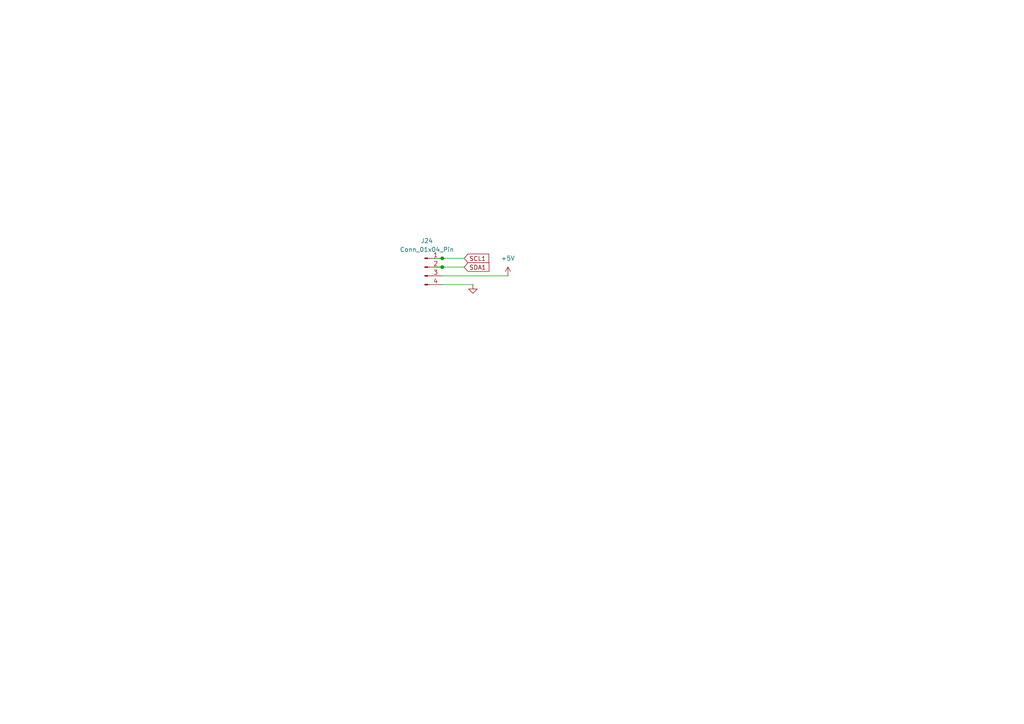
<source format=kicad_sch>
(kicad_sch (version 20250114) (generator "eeschema") (generator_version "9.0")
  (paper "A4")
  (lib_symbols
    (symbol "Connector:Conn_01x04_Pin" (pin_names (offset 1.016) (hide yes))
      (property "Reference" "J" (at 0 5.08 0))
      (property "Value" "Conn_01x04_Pin" (at 0 -7.62 0))
      (symbol "Conn_01x04_Pin_1_1"
        (rectangle (start 0.8636 2.667) (end 0 2.413) (stroke (width 0.1524)) (fill (type outline)))
        (rectangle (start 0.8636 0.127) (end 0 -0.127) (stroke (width 0.1524)) (fill (type outline)))
        (rectangle (start 0.8636 -2.413) (end 0 -2.667) (stroke (width 0.1524)) (fill (type outline)))
        (rectangle (start 0.8636 -4.953) (end 0 -5.207) (stroke (width 0.1524)) (fill (type outline)))
        (polyline (pts (xy 1.27 2.54) (xy 0.8636 2.54)) (stroke (width 0.1524)))
        (polyline (pts (xy 1.27 0) (xy 0.8636 0)) (stroke (width 0.1524)))
        (polyline (pts (xy 1.27 -2.54) (xy 0.8636 -2.54)) (stroke (width 0.1524)))
        (polyline (pts (xy 1.27 -5.08) (xy 0.8636 -5.08)) (stroke (width 0.1524)))
        (pin passive line (at 5.08 2.54 180) (length 3.81) (name "Pin_1") (number "1"))
        (pin passive line (at 5.08 0 180) (length 3.81) (name "Pin_2") (number "2"))
        (pin passive line (at 5.08 -2.54 180) (length 3.81) (name "Pin_3") (number "3"))
        (pin passive line (at 5.08 -5.08 180) (length 3.81) (name "Pin_4") (number "4"))
      )
    )
    (symbol "power:+5V" (power) (pin_numbers (hide yes)) (pin_names (offset 0) (hide yes))
      (property "Value" "+5V" (at 0 3.556 0))
      (symbol "+5V_0_1"
        (polyline (pts (xy -0.762 1.27) (xy 0 2.54)))
        (polyline (pts (xy 0 2.54) (xy 0.762 1.27)))
        (polyline (pts (xy 0 0) (xy 0 2.54)))
      )
      (symbol "+5V_1_1"
        (pin power_in line (at 0 0 90) (length 0) (name "~") (number "1"))
      )
    )
    (symbol "power:GND" (power) (pin_numbers (hide yes)) (pin_names (offset 0) (hide yes))
      (property "Value" "GND" (at 0 -3.81 0))
      (symbol "GND_0_1"
        (polyline (pts (xy 0 0) (xy 0 -1.27) (xy 1.27 -1.27) (xy 0 -2.54) (xy -1.27 -1.27) (xy 0 -1.27)))
      )
      (symbol "GND_1_1"
        (pin power_in line (at 0 0 270) (length 0) (name "~") (number "1"))
      )
    )
  )
  (junction (at 128.27 77.47))
  (junction (at 128.27 74.93))
  (wire (pts (xy 128.27 74.93) (xy 134.62 74.93)))
  (wire (pts (xy 128.27 82.55) (xy 137.16 82.55)))
  (wire (pts (xy 125.73 74.93) (xy 128.27 74.93)))
  (wire (pts (xy 125.73 77.47) (xy 128.27 77.47)))
  (wire (pts (xy 128.27 80.01) (xy 147.32 80.01)))
  (wire (pts (xy 128.27 77.47) (xy 134.62 77.47)))
  (global_label "SCL1" (shape input) (at 134.62 74.93 0) (property "Intersheetrefs" "${INTERSHEET_REFS}" (effects (hide yes))))
  (global_label "SDA1" (shape input) (at 134.62 77.47 0) (property "Intersheetrefs" "${INTERSHEET_REFS}" (effects (hide yes))))
  (symbol (lib_id "power:GND") (at 137.16 82.55 0) (unit 1)
    (property "Reference" "#PWR049" (effects (hide yes)))
    (property "Value" "GND" (effects (hide yes)))
    (property "Description" "Power symbol creates a global label with name \"GND\" , ground" (effects (hide yes)))
  )
  (symbol (lib_id "power:+5V") (at 147.32 80.01 0) (unit 1)
    (property "Reference" "#PWR024" (effects (hide yes)))
    (property "Value" "+5V" (at 147.32 74.93 0))
    (property "Description" "Power symbol creates a global label with name \"+5V\"" (effects (hide yes)))
  )
  (symbol (lib_id "Connector:Conn_01x04_Pin") (at 123.19 77.47 0) (unit 1)
    (property "Reference" "J24" (at 123.825 69.85 0))
    (property "Value" "Conn_01x04_Pin" (at 123.825 72.39 0))
    (property "Footprint" "Connector_PinHeader_2.54mm:PinHeader_1x04_P2.54mm_Horizontal" (effects (hide yes)))
    (property "Description" "Generic connector, single row, 01x04, script generated" (effects (hide yes)))
  )
)
</source>
